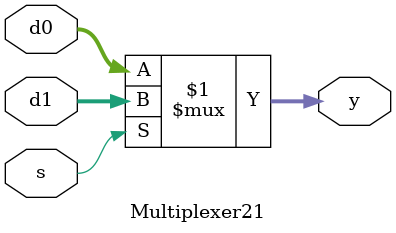
<source format=sv>
module Multiplexer21 #(parameter N = 32)
                     (input logic [N-1:0] d0,
                      input logic [N-1:0] d1,
                      input logic s,
                      output logic [N-1:0] y);

    assign y = s ? d1 : d0;

endmodule

</source>
